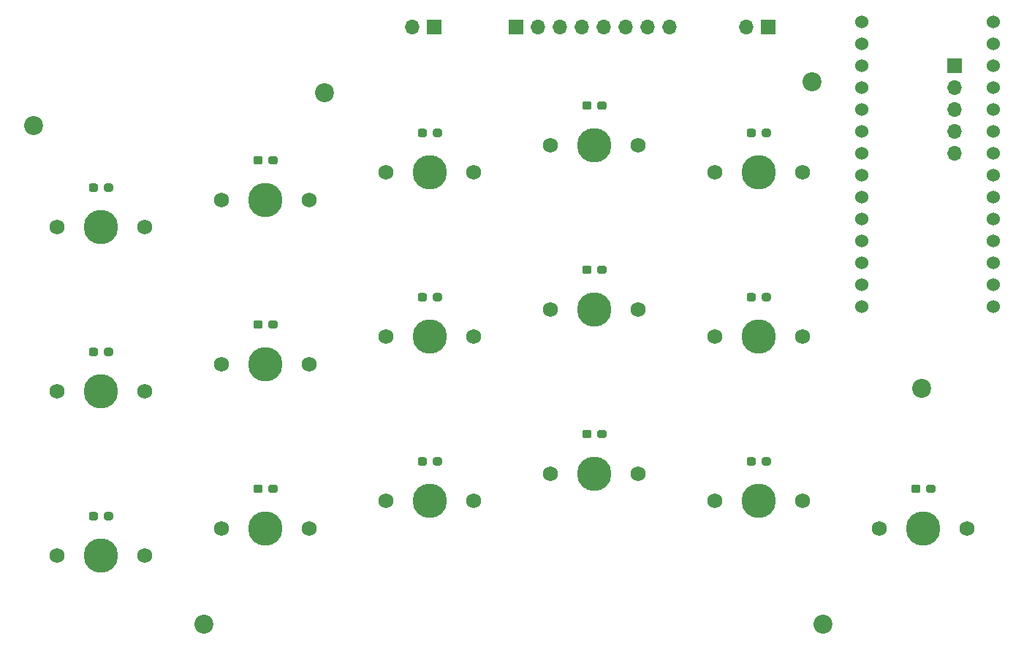
<source format=gbr>
%TF.GenerationSoftware,KiCad,Pcbnew,(5.1.9)-1*%
%TF.CreationDate,2021-08-25T16:33:50-05:00*%
%TF.ProjectId,TartarSauce,54617274-6172-4536-9175-63652e6b6963,rev?*%
%TF.SameCoordinates,Original*%
%TF.FileFunction,Soldermask,Top*%
%TF.FilePolarity,Negative*%
%FSLAX46Y46*%
G04 Gerber Fmt 4.6, Leading zero omitted, Abs format (unit mm)*
G04 Created by KiCad (PCBNEW (5.1.9)-1) date 2021-08-25 16:33:50*
%MOMM*%
%LPD*%
G01*
G04 APERTURE LIST*
%ADD10C,2.200000*%
%ADD11C,1.524000*%
%ADD12C,1.750000*%
%ADD13C,3.987800*%
%ADD14O,1.700000X1.700000*%
%ADD15R,1.700000X1.700000*%
G04 APERTURE END LIST*
D10*
%TO.C,REF\u002A\u002A*%
X135255000Y-78740000D03*
%TD*%
%TO.C,REF\u002A\u002A*%
X123825000Y-106045000D03*
%TD*%
%TO.C,REF\u002A\u002A*%
X52070000Y-106045000D03*
%TD*%
%TO.C,REF\u002A\u002A*%
X66040000Y-44450000D03*
%TD*%
%TO.C,REF\u002A\u002A*%
X122555000Y-43180000D03*
%TD*%
%TO.C,REF\u002A\u002A*%
X32385000Y-48260000D03*
%TD*%
D11*
%TO.C,U1*%
X128270000Y-36195000D03*
X128270000Y-38735000D03*
X128270000Y-41275000D03*
X128270000Y-43815000D03*
X128270000Y-46355000D03*
X128270000Y-48895000D03*
X128270000Y-51435000D03*
X128270000Y-53975000D03*
X128270000Y-56515000D03*
X128270000Y-59055000D03*
X128270000Y-61595000D03*
X128270000Y-64135000D03*
X128270000Y-66675000D03*
X128270000Y-69215000D03*
X143510000Y-36195000D03*
X143510000Y-38735000D03*
X143510000Y-41275000D03*
X143510000Y-43815000D03*
X143510000Y-46355000D03*
X143510000Y-48895000D03*
X143510000Y-51435000D03*
X143510000Y-53975000D03*
X143510000Y-56515000D03*
X143510000Y-59055000D03*
X143510000Y-61595000D03*
X143510000Y-64135000D03*
X143510000Y-66675000D03*
X143510000Y-69215000D03*
%TD*%
%TO.C,MX18*%
G36*
G01*
X135755947Y-90593614D02*
X135755947Y-90118614D01*
G75*
G02*
X135993447Y-89881114I237500J0D01*
G01*
X136568447Y-89881114D01*
G75*
G02*
X136805947Y-90118614I0J-237500D01*
G01*
X136805947Y-90593614D01*
G75*
G02*
X136568447Y-90831114I-237500J0D01*
G01*
X135993447Y-90831114D01*
G75*
G02*
X135755947Y-90593614I0J237500D01*
G01*
G37*
G36*
G01*
X134005947Y-90593614D02*
X134005947Y-90118614D01*
G75*
G02*
X134243447Y-89881114I237500J0D01*
G01*
X134818447Y-89881114D01*
G75*
G02*
X135055947Y-90118614I0J-237500D01*
G01*
X135055947Y-90593614D01*
G75*
G02*
X134818447Y-90831114I-237500J0D01*
G01*
X134243447Y-90831114D01*
G75*
G02*
X134005947Y-90593614I0J237500D01*
G01*
G37*
D12*
X130325947Y-94928114D03*
X140485947Y-94928114D03*
D13*
X135405947Y-94928114D03*
%TD*%
%TO.C,MX11*%
G36*
G01*
X97658395Y-65195246D02*
X97658395Y-64720246D01*
G75*
G02*
X97895895Y-64482746I237500J0D01*
G01*
X98470895Y-64482746D01*
G75*
G02*
X98708395Y-64720246I0J-237500D01*
G01*
X98708395Y-65195246D01*
G75*
G02*
X98470895Y-65432746I-237500J0D01*
G01*
X97895895Y-65432746D01*
G75*
G02*
X97658395Y-65195246I0J237500D01*
G01*
G37*
G36*
G01*
X95908395Y-65195246D02*
X95908395Y-64720246D01*
G75*
G02*
X96145895Y-64482746I237500J0D01*
G01*
X96720895Y-64482746D01*
G75*
G02*
X96958395Y-64720246I0J-237500D01*
G01*
X96958395Y-65195246D01*
G75*
G02*
X96720895Y-65432746I-237500J0D01*
G01*
X96145895Y-65432746D01*
G75*
G02*
X95908395Y-65195246I0J237500D01*
G01*
G37*
D12*
X92228395Y-69529746D03*
X102388395Y-69529746D03*
D13*
X97308395Y-69529746D03*
%TD*%
D14*
%TO.C,J1*%
X139065000Y-51435000D03*
X139065000Y-48895000D03*
X139065000Y-46355000D03*
X139065000Y-43815000D03*
D15*
X139065000Y-41275000D03*
%TD*%
%TO.C,MX15*%
G36*
G01*
X116707171Y-87418818D02*
X116707171Y-86943818D01*
G75*
G02*
X116944671Y-86706318I237500J0D01*
G01*
X117519671Y-86706318D01*
G75*
G02*
X117757171Y-86943818I0J-237500D01*
G01*
X117757171Y-87418818D01*
G75*
G02*
X117519671Y-87656318I-237500J0D01*
G01*
X116944671Y-87656318D01*
G75*
G02*
X116707171Y-87418818I0J237500D01*
G01*
G37*
G36*
G01*
X114957171Y-87418818D02*
X114957171Y-86943818D01*
G75*
G02*
X115194671Y-86706318I237500J0D01*
G01*
X115769671Y-86706318D01*
G75*
G02*
X116007171Y-86943818I0J-237500D01*
G01*
X116007171Y-87418818D01*
G75*
G02*
X115769671Y-87656318I-237500J0D01*
G01*
X115194671Y-87656318D01*
G75*
G02*
X114957171Y-87418818I0J237500D01*
G01*
G37*
D12*
X111277171Y-91753318D03*
X121437171Y-91753318D03*
D13*
X116357171Y-91753318D03*
%TD*%
%TO.C,MX14*%
G36*
G01*
X116707171Y-68370042D02*
X116707171Y-67895042D01*
G75*
G02*
X116944671Y-67657542I237500J0D01*
G01*
X117519671Y-67657542D01*
G75*
G02*
X117757171Y-67895042I0J-237500D01*
G01*
X117757171Y-68370042D01*
G75*
G02*
X117519671Y-68607542I-237500J0D01*
G01*
X116944671Y-68607542D01*
G75*
G02*
X116707171Y-68370042I0J237500D01*
G01*
G37*
G36*
G01*
X114957171Y-68370042D02*
X114957171Y-67895042D01*
G75*
G02*
X115194671Y-67657542I237500J0D01*
G01*
X115769671Y-67657542D01*
G75*
G02*
X116007171Y-67895042I0J-237500D01*
G01*
X116007171Y-68370042D01*
G75*
G02*
X115769671Y-68607542I-237500J0D01*
G01*
X115194671Y-68607542D01*
G75*
G02*
X114957171Y-68370042I0J237500D01*
G01*
G37*
D12*
X111277171Y-72704542D03*
X121437171Y-72704542D03*
D13*
X116357171Y-72704542D03*
%TD*%
%TO.C,MX13*%
G36*
G01*
X116707171Y-49321266D02*
X116707171Y-48846266D01*
G75*
G02*
X116944671Y-48608766I237500J0D01*
G01*
X117519671Y-48608766D01*
G75*
G02*
X117757171Y-48846266I0J-237500D01*
G01*
X117757171Y-49321266D01*
G75*
G02*
X117519671Y-49558766I-237500J0D01*
G01*
X116944671Y-49558766D01*
G75*
G02*
X116707171Y-49321266I0J237500D01*
G01*
G37*
G36*
G01*
X114957171Y-49321266D02*
X114957171Y-48846266D01*
G75*
G02*
X115194671Y-48608766I237500J0D01*
G01*
X115769671Y-48608766D01*
G75*
G02*
X116007171Y-48846266I0J-237500D01*
G01*
X116007171Y-49321266D01*
G75*
G02*
X115769671Y-49558766I-237500J0D01*
G01*
X115194671Y-49558766D01*
G75*
G02*
X114957171Y-49321266I0J237500D01*
G01*
G37*
D12*
X111277171Y-53655766D03*
X121437171Y-53655766D03*
D13*
X116357171Y-53655766D03*
%TD*%
%TO.C,MX12*%
G36*
G01*
X97658395Y-84244022D02*
X97658395Y-83769022D01*
G75*
G02*
X97895895Y-83531522I237500J0D01*
G01*
X98470895Y-83531522D01*
G75*
G02*
X98708395Y-83769022I0J-237500D01*
G01*
X98708395Y-84244022D01*
G75*
G02*
X98470895Y-84481522I-237500J0D01*
G01*
X97895895Y-84481522D01*
G75*
G02*
X97658395Y-84244022I0J237500D01*
G01*
G37*
G36*
G01*
X95908395Y-84244022D02*
X95908395Y-83769022D01*
G75*
G02*
X96145895Y-83531522I237500J0D01*
G01*
X96720895Y-83531522D01*
G75*
G02*
X96958395Y-83769022I0J-237500D01*
G01*
X96958395Y-84244022D01*
G75*
G02*
X96720895Y-84481522I-237500J0D01*
G01*
X96145895Y-84481522D01*
G75*
G02*
X95908395Y-84244022I0J237500D01*
G01*
G37*
D12*
X92228395Y-88578522D03*
X102388395Y-88578522D03*
D13*
X97308395Y-88578522D03*
%TD*%
%TO.C,MX10*%
G36*
G01*
X97658395Y-46146470D02*
X97658395Y-45671470D01*
G75*
G02*
X97895895Y-45433970I237500J0D01*
G01*
X98470895Y-45433970D01*
G75*
G02*
X98708395Y-45671470I0J-237500D01*
G01*
X98708395Y-46146470D01*
G75*
G02*
X98470895Y-46383970I-237500J0D01*
G01*
X97895895Y-46383970D01*
G75*
G02*
X97658395Y-46146470I0J237500D01*
G01*
G37*
G36*
G01*
X95908395Y-46146470D02*
X95908395Y-45671470D01*
G75*
G02*
X96145895Y-45433970I237500J0D01*
G01*
X96720895Y-45433970D01*
G75*
G02*
X96958395Y-45671470I0J-237500D01*
G01*
X96958395Y-46146470D01*
G75*
G02*
X96720895Y-46383970I-237500J0D01*
G01*
X96145895Y-46383970D01*
G75*
G02*
X95908395Y-46146470I0J237500D01*
G01*
G37*
D12*
X92228395Y-50480970D03*
X102388395Y-50480970D03*
D13*
X97308395Y-50480970D03*
%TD*%
%TO.C,MX9*%
G36*
G01*
X78609619Y-87418818D02*
X78609619Y-86943818D01*
G75*
G02*
X78847119Y-86706318I237500J0D01*
G01*
X79422119Y-86706318D01*
G75*
G02*
X79659619Y-86943818I0J-237500D01*
G01*
X79659619Y-87418818D01*
G75*
G02*
X79422119Y-87656318I-237500J0D01*
G01*
X78847119Y-87656318D01*
G75*
G02*
X78609619Y-87418818I0J237500D01*
G01*
G37*
G36*
G01*
X76859619Y-87418818D02*
X76859619Y-86943818D01*
G75*
G02*
X77097119Y-86706318I237500J0D01*
G01*
X77672119Y-86706318D01*
G75*
G02*
X77909619Y-86943818I0J-237500D01*
G01*
X77909619Y-87418818D01*
G75*
G02*
X77672119Y-87656318I-237500J0D01*
G01*
X77097119Y-87656318D01*
G75*
G02*
X76859619Y-87418818I0J237500D01*
G01*
G37*
D12*
X73179619Y-91753318D03*
X83339619Y-91753318D03*
D13*
X78259619Y-91753318D03*
%TD*%
%TO.C,MX8*%
G36*
G01*
X78609619Y-68370042D02*
X78609619Y-67895042D01*
G75*
G02*
X78847119Y-67657542I237500J0D01*
G01*
X79422119Y-67657542D01*
G75*
G02*
X79659619Y-67895042I0J-237500D01*
G01*
X79659619Y-68370042D01*
G75*
G02*
X79422119Y-68607542I-237500J0D01*
G01*
X78847119Y-68607542D01*
G75*
G02*
X78609619Y-68370042I0J237500D01*
G01*
G37*
G36*
G01*
X76859619Y-68370042D02*
X76859619Y-67895042D01*
G75*
G02*
X77097119Y-67657542I237500J0D01*
G01*
X77672119Y-67657542D01*
G75*
G02*
X77909619Y-67895042I0J-237500D01*
G01*
X77909619Y-68370042D01*
G75*
G02*
X77672119Y-68607542I-237500J0D01*
G01*
X77097119Y-68607542D01*
G75*
G02*
X76859619Y-68370042I0J237500D01*
G01*
G37*
D12*
X73179619Y-72704542D03*
X83339619Y-72704542D03*
D13*
X78259619Y-72704542D03*
%TD*%
%TO.C,MX7*%
G36*
G01*
X78609619Y-49321266D02*
X78609619Y-48846266D01*
G75*
G02*
X78847119Y-48608766I237500J0D01*
G01*
X79422119Y-48608766D01*
G75*
G02*
X79659619Y-48846266I0J-237500D01*
G01*
X79659619Y-49321266D01*
G75*
G02*
X79422119Y-49558766I-237500J0D01*
G01*
X78847119Y-49558766D01*
G75*
G02*
X78609619Y-49321266I0J237500D01*
G01*
G37*
G36*
G01*
X76859619Y-49321266D02*
X76859619Y-48846266D01*
G75*
G02*
X77097119Y-48608766I237500J0D01*
G01*
X77672119Y-48608766D01*
G75*
G02*
X77909619Y-48846266I0J-237500D01*
G01*
X77909619Y-49321266D01*
G75*
G02*
X77672119Y-49558766I-237500J0D01*
G01*
X77097119Y-49558766D01*
G75*
G02*
X76859619Y-49321266I0J237500D01*
G01*
G37*
D12*
X73179619Y-53655766D03*
X83339619Y-53655766D03*
D13*
X78259619Y-53655766D03*
%TD*%
%TO.C,MX6*%
G36*
G01*
X59560843Y-90593614D02*
X59560843Y-90118614D01*
G75*
G02*
X59798343Y-89881114I237500J0D01*
G01*
X60373343Y-89881114D01*
G75*
G02*
X60610843Y-90118614I0J-237500D01*
G01*
X60610843Y-90593614D01*
G75*
G02*
X60373343Y-90831114I-237500J0D01*
G01*
X59798343Y-90831114D01*
G75*
G02*
X59560843Y-90593614I0J237500D01*
G01*
G37*
G36*
G01*
X57810843Y-90593614D02*
X57810843Y-90118614D01*
G75*
G02*
X58048343Y-89881114I237500J0D01*
G01*
X58623343Y-89881114D01*
G75*
G02*
X58860843Y-90118614I0J-237500D01*
G01*
X58860843Y-90593614D01*
G75*
G02*
X58623343Y-90831114I-237500J0D01*
G01*
X58048343Y-90831114D01*
G75*
G02*
X57810843Y-90593614I0J237500D01*
G01*
G37*
D12*
X54130843Y-94928114D03*
X64290843Y-94928114D03*
D13*
X59210843Y-94928114D03*
%TD*%
%TO.C,MX5*%
G36*
G01*
X59560843Y-71544838D02*
X59560843Y-71069838D01*
G75*
G02*
X59798343Y-70832338I237500J0D01*
G01*
X60373343Y-70832338D01*
G75*
G02*
X60610843Y-71069838I0J-237500D01*
G01*
X60610843Y-71544838D01*
G75*
G02*
X60373343Y-71782338I-237500J0D01*
G01*
X59798343Y-71782338D01*
G75*
G02*
X59560843Y-71544838I0J237500D01*
G01*
G37*
G36*
G01*
X57810843Y-71544838D02*
X57810843Y-71069838D01*
G75*
G02*
X58048343Y-70832338I237500J0D01*
G01*
X58623343Y-70832338D01*
G75*
G02*
X58860843Y-71069838I0J-237500D01*
G01*
X58860843Y-71544838D01*
G75*
G02*
X58623343Y-71782338I-237500J0D01*
G01*
X58048343Y-71782338D01*
G75*
G02*
X57810843Y-71544838I0J237500D01*
G01*
G37*
D12*
X54130843Y-75879338D03*
X64290843Y-75879338D03*
D13*
X59210843Y-75879338D03*
%TD*%
%TO.C,MX4*%
G36*
G01*
X59560843Y-52496062D02*
X59560843Y-52021062D01*
G75*
G02*
X59798343Y-51783562I237500J0D01*
G01*
X60373343Y-51783562D01*
G75*
G02*
X60610843Y-52021062I0J-237500D01*
G01*
X60610843Y-52496062D01*
G75*
G02*
X60373343Y-52733562I-237500J0D01*
G01*
X59798343Y-52733562D01*
G75*
G02*
X59560843Y-52496062I0J237500D01*
G01*
G37*
G36*
G01*
X57810843Y-52496062D02*
X57810843Y-52021062D01*
G75*
G02*
X58048343Y-51783562I237500J0D01*
G01*
X58623343Y-51783562D01*
G75*
G02*
X58860843Y-52021062I0J-237500D01*
G01*
X58860843Y-52496062D01*
G75*
G02*
X58623343Y-52733562I-237500J0D01*
G01*
X58048343Y-52733562D01*
G75*
G02*
X57810843Y-52496062I0J237500D01*
G01*
G37*
D12*
X54130843Y-56830562D03*
X64290843Y-56830562D03*
D13*
X59210843Y-56830562D03*
%TD*%
%TO.C,MX3*%
G36*
G01*
X40512067Y-93768410D02*
X40512067Y-93293410D01*
G75*
G02*
X40749567Y-93055910I237500J0D01*
G01*
X41324567Y-93055910D01*
G75*
G02*
X41562067Y-93293410I0J-237500D01*
G01*
X41562067Y-93768410D01*
G75*
G02*
X41324567Y-94005910I-237500J0D01*
G01*
X40749567Y-94005910D01*
G75*
G02*
X40512067Y-93768410I0J237500D01*
G01*
G37*
G36*
G01*
X38762067Y-93768410D02*
X38762067Y-93293410D01*
G75*
G02*
X38999567Y-93055910I237500J0D01*
G01*
X39574567Y-93055910D01*
G75*
G02*
X39812067Y-93293410I0J-237500D01*
G01*
X39812067Y-93768410D01*
G75*
G02*
X39574567Y-94005910I-237500J0D01*
G01*
X38999567Y-94005910D01*
G75*
G02*
X38762067Y-93768410I0J237500D01*
G01*
G37*
D12*
X35082067Y-98102910D03*
X45242067Y-98102910D03*
D13*
X40162067Y-98102910D03*
%TD*%
%TO.C,MX2*%
G36*
G01*
X40512067Y-74719634D02*
X40512067Y-74244634D01*
G75*
G02*
X40749567Y-74007134I237500J0D01*
G01*
X41324567Y-74007134D01*
G75*
G02*
X41562067Y-74244634I0J-237500D01*
G01*
X41562067Y-74719634D01*
G75*
G02*
X41324567Y-74957134I-237500J0D01*
G01*
X40749567Y-74957134D01*
G75*
G02*
X40512067Y-74719634I0J237500D01*
G01*
G37*
G36*
G01*
X38762067Y-74719634D02*
X38762067Y-74244634D01*
G75*
G02*
X38999567Y-74007134I237500J0D01*
G01*
X39574567Y-74007134D01*
G75*
G02*
X39812067Y-74244634I0J-237500D01*
G01*
X39812067Y-74719634D01*
G75*
G02*
X39574567Y-74957134I-237500J0D01*
G01*
X38999567Y-74957134D01*
G75*
G02*
X38762067Y-74719634I0J237500D01*
G01*
G37*
D12*
X35082067Y-79054134D03*
X45242067Y-79054134D03*
D13*
X40162067Y-79054134D03*
%TD*%
%TO.C,MX1*%
G36*
G01*
X40512067Y-55670858D02*
X40512067Y-55195858D01*
G75*
G02*
X40749567Y-54958358I237500J0D01*
G01*
X41324567Y-54958358D01*
G75*
G02*
X41562067Y-55195858I0J-237500D01*
G01*
X41562067Y-55670858D01*
G75*
G02*
X41324567Y-55908358I-237500J0D01*
G01*
X40749567Y-55908358D01*
G75*
G02*
X40512067Y-55670858I0J237500D01*
G01*
G37*
G36*
G01*
X38762067Y-55670858D02*
X38762067Y-55195858D01*
G75*
G02*
X38999567Y-54958358I237500J0D01*
G01*
X39574567Y-54958358D01*
G75*
G02*
X39812067Y-55195858I0J-237500D01*
G01*
X39812067Y-55670858D01*
G75*
G02*
X39574567Y-55908358I-237500J0D01*
G01*
X38999567Y-55908358D01*
G75*
G02*
X38762067Y-55670858I0J237500D01*
G01*
G37*
D12*
X35082067Y-60005358D03*
X45242067Y-60005358D03*
D13*
X40162067Y-60005358D03*
%TD*%
D14*
%TO.C,J4*%
X114935000Y-36830000D03*
D15*
X117475000Y-36830000D03*
%TD*%
D14*
%TO.C,J3*%
X76195308Y-36829388D03*
D15*
X78735308Y-36829388D03*
%TD*%
D14*
%TO.C,J2*%
X106039696Y-36829388D03*
X103499696Y-36829388D03*
X100959696Y-36829388D03*
X98419696Y-36829388D03*
X95879696Y-36829388D03*
X93339696Y-36829388D03*
X90799696Y-36829388D03*
D15*
X88259696Y-36829388D03*
%TD*%
M02*

</source>
